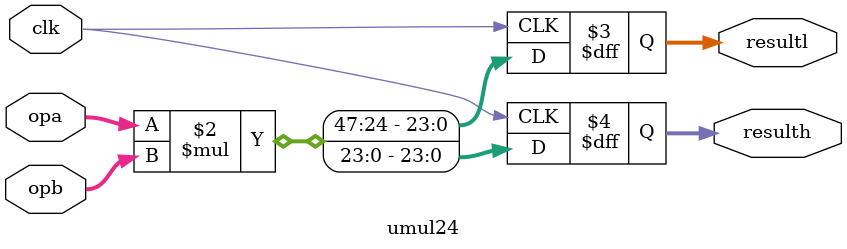
<source format=v>
/*

arithmetic functional units, to mix and match in the final design.
currently only supporting unsigned 24-bit arithmetic.

*/

`timescale 1ns / 1ns

module u24add(
    input clk,
    input [23:0] opa,
    input [23:0] opb,
    output reg [23:0] result
    //output reg [23:0] status
);
    
    //wire ov, z;
    //assign ov = {1'b0, opa} + {1'b0, opb} > 25'hFFFFFF ? 1'h1 : 1'h0;
    //assign z = opa + opb == 24'h0 ? 1'h1 : 1'h0;
    
    always @(posedge clk) begin
        result <= opa + opb;
        //status <= {22'h0, z, ov};
    end
endmodule

module u24sub(
    input clk,
    input [23:0] opa,
    input [23:0] opb,
    output reg [23:0] result
    //output reg [23:0] status
);

    //wire uv, z;
    //assign uv = {1'b0, opa} - {1'b0, opb} > 25'hFFFFFF ? 1'h1 : 1'h0;
    //assign z = opa - opb == 24'h0 ? 1'h1 : 1'h0;
    
    always @(posedge clk) begin
        result <= opa - opb;
        //status <= {22'h0, z, uv};
    end
endmodule

module shift24(
    input clk,
    input [23:0] opa,
    input [23:0] dir, // direction to shift
    input [23:0] shift, // number of places to shift
    output reg [23:0] result
);
    parameter lshift = 24'h0;
    parameter rshift = 24'h1;
    
    always @(posedge clk) begin
        case (dir)
            lshift: begin
                result <= opa << shift;
            end
            rshift: begin
                result <= opa >> shift;
            end
            default: begin
                $display("invalid shift direction, doing nothing");
            end
        endcase
    end
endmodule

module umul24(
    input clk,
    input [23:0] opa,
    input [23:0] opb,
    output reg [23:0] resultl,
    output reg [23:0] resulth
);
    always @(posedge clk) begin
        { resultl, resulth } <= opa * opb;
    end
endmodule

// logical and div later
</source>
